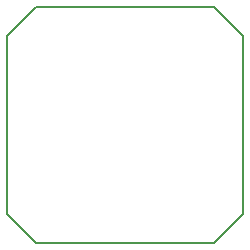
<source format=gbr>
G04 #@! TF.GenerationSoftware,KiCad,Pcbnew,(5.0.0-3-g5ebb6b6)*
G04 #@! TF.CreationDate,2020-02-18T17:20:26-05:00*
G04 #@! TF.ProjectId,Project,50726F6A6563742E6B696361645F7063,rev?*
G04 #@! TF.SameCoordinates,Original*
G04 #@! TF.FileFunction,Profile,NP*
%FSLAX46Y46*%
G04 Gerber Fmt 4.6, Leading zero omitted, Abs format (unit mm)*
G04 Created by KiCad (PCBNEW (5.0.0-3-g5ebb6b6)) date Tuesday, February 18, 2020 at 05:20:26 PM*
%MOMM*%
%LPD*%
G01*
G04 APERTURE LIST*
%ADD10C,0.150000*%
G04 APERTURE END LIST*
D10*
X112500000Y-95000000D02*
X115000000Y-95000000D01*
X112500000Y-115000000D02*
X115000000Y-115000000D01*
X97500000Y-112500000D02*
X97500000Y-110000000D01*
X100000000Y-115000000D02*
X97500000Y-112500000D01*
X112500000Y-115000000D02*
X100000000Y-115000000D01*
X117500000Y-112500000D02*
X115000000Y-115000000D01*
X117500000Y-97500000D02*
X117500000Y-112500000D01*
X115000000Y-95000000D02*
X117500000Y-97500000D01*
X110000000Y-95000000D02*
X112500000Y-95000000D01*
X100000000Y-95000000D02*
X110000000Y-95000000D01*
X97500000Y-97500000D02*
X97500000Y-110000000D01*
X100000000Y-95000000D02*
X97500000Y-97500000D01*
M02*

</source>
